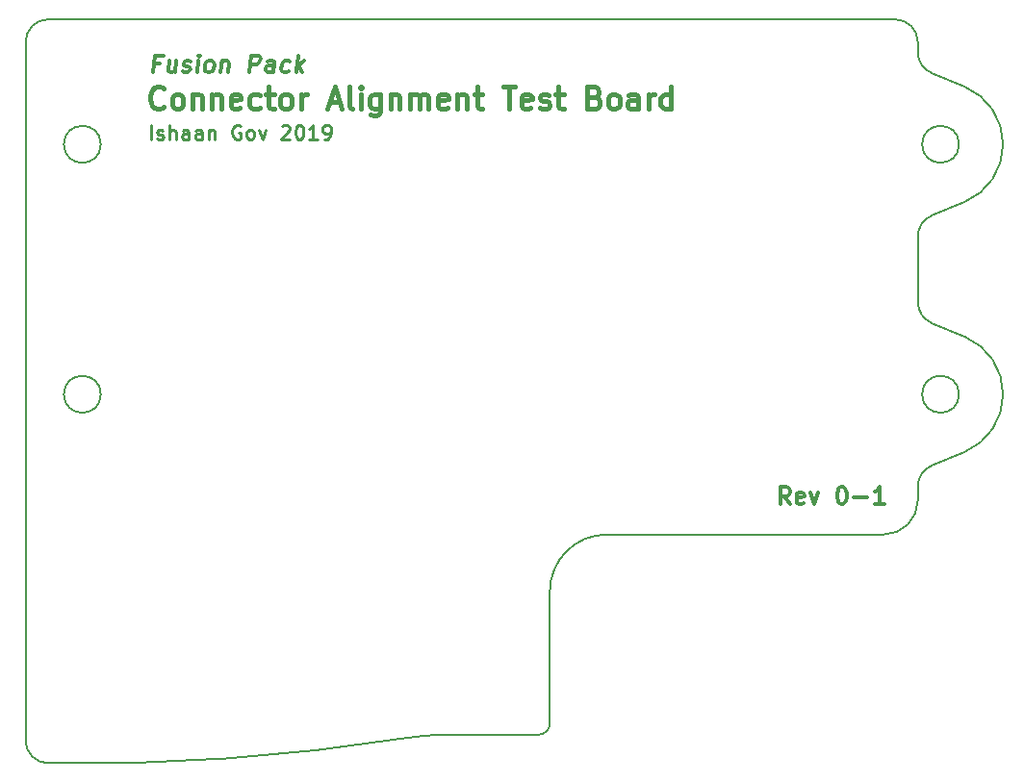
<source format=gbr>
%TF.GenerationSoftware,KiCad,Pcbnew,(5.0.0)*%
%TF.CreationDate,2019-04-02T12:02:52-04:00*%
%TF.ProjectId,Fusion Dummy Mainboard Test Fit,467573696F6E2044756D6D79204D6169,rev?*%
%TF.SameCoordinates,Original*%
%TF.FileFunction,Legend,Top*%
%TF.FilePolarity,Positive*%
%FSLAX46Y46*%
G04 Gerber Fmt 4.6, Leading zero omitted, Abs format (unit mm)*
G04 Created by KiCad (PCBNEW (5.0.0)) date 04/02/19 12:02:53*
%MOMM*%
%LPD*%
G01*
G04 APERTURE LIST*
%ADD10C,0.200000*%
%ADD11C,0.300000*%
%ADD12C,0.381000*%
%ADD13C,0.254000*%
G04 APERTURE END LIST*
D10*
X158000000Y-81882059D02*
X158000000Y-81000000D01*
X86125000Y-112000000D02*
G75*
G03X86125000Y-112000000I-1625000J0D01*
G01*
X161625000Y-112000000D02*
G75*
G03X161625000Y-112000000I-1625000J0D01*
G01*
X161625000Y-90000000D02*
G75*
G03X161625000Y-90000000I-1625000J0D01*
G01*
X86125000Y-90000000D02*
G75*
G03X86125000Y-90000000I-1625000J0D01*
G01*
X159234633Y-105729818D02*
G75*
G02X158000000Y-103882059I765367J1847759D01*
G01*
X125630000Y-140960000D02*
X125630000Y-129350000D01*
X162104759Y-84918663D02*
X159234633Y-83729818D01*
X159234633Y-83729818D02*
G75*
G02X158000000Y-81882059I765367J1847759D01*
G01*
X159234633Y-96270183D02*
X162104759Y-95081338D01*
X158000000Y-98117942D02*
G75*
G02X159234633Y-96270183I2000000J0D01*
G01*
X158000000Y-121350000D02*
G75*
G02X155000000Y-124350000I-3000000J0D01*
G01*
X79500000Y-81000000D02*
G75*
G02X81500000Y-79000000I2000000J0D01*
G01*
X162104759Y-84918662D02*
G75*
G02X162104759Y-95081338I-2104759J-5081338D01*
G01*
X158000000Y-121350000D02*
X158000000Y-120117942D01*
X112897249Y-142264738D02*
G75*
G02X116768705Y-141960000I3871456J-24439533D01*
G01*
X79500000Y-81000000D02*
X79500000Y-142474929D01*
X112897249Y-142264739D02*
G75*
G02X81466574Y-144474650I-28397249J179264739D01*
G01*
X81466574Y-144474650D02*
G75*
G02X79500000Y-142474929I33426J1999721D01*
G01*
X162104759Y-106918663D02*
X159234633Y-105729818D01*
X162104759Y-106918662D02*
G75*
G02X162104759Y-117081338I-2104759J-5081338D01*
G01*
X159234633Y-118270183D02*
X162104759Y-117081338D01*
X125630000Y-140960000D02*
G75*
G02X124630000Y-141960000I-1000000J0D01*
G01*
X130630000Y-124350000D02*
X155000000Y-124350000D01*
X125630000Y-129350000D02*
G75*
G02X130630000Y-124350000I5000000J0D01*
G01*
X116768705Y-141960000D02*
X124630000Y-141960000D01*
X158000000Y-103882059D02*
X158000000Y-98117942D01*
X158000000Y-120117942D02*
G75*
G02X159234633Y-118270183I2000000J0D01*
G01*
X156000000Y-79000000D02*
X81500000Y-79000000D01*
X156000000Y-79000000D02*
G75*
G02X158000000Y-81000000I0J-2000000D01*
G01*
D11*
X91331428Y-82882857D02*
X90831428Y-82882857D01*
X90733214Y-83668571D02*
X90920714Y-82168571D01*
X91635000Y-82168571D01*
X92786785Y-82668571D02*
X92661785Y-83668571D01*
X92143928Y-82668571D02*
X92045714Y-83454285D01*
X92099285Y-83597142D01*
X92233214Y-83668571D01*
X92447500Y-83668571D01*
X92599285Y-83597142D01*
X92679642Y-83525714D01*
X93313571Y-83597142D02*
X93447500Y-83668571D01*
X93733214Y-83668571D01*
X93885000Y-83597142D01*
X93974285Y-83454285D01*
X93983214Y-83382857D01*
X93929642Y-83240000D01*
X93795714Y-83168571D01*
X93581428Y-83168571D01*
X93447500Y-83097142D01*
X93393928Y-82954285D01*
X93402857Y-82882857D01*
X93492142Y-82740000D01*
X93643928Y-82668571D01*
X93858214Y-82668571D01*
X93992142Y-82740000D01*
X94590357Y-83668571D02*
X94715357Y-82668571D01*
X94777857Y-82168571D02*
X94697500Y-82240000D01*
X94760000Y-82311428D01*
X94840357Y-82240000D01*
X94777857Y-82168571D01*
X94760000Y-82311428D01*
X95518928Y-83668571D02*
X95385000Y-83597142D01*
X95322500Y-83525714D01*
X95268928Y-83382857D01*
X95322500Y-82954285D01*
X95411785Y-82811428D01*
X95492142Y-82740000D01*
X95643928Y-82668571D01*
X95858214Y-82668571D01*
X95992142Y-82740000D01*
X96054642Y-82811428D01*
X96108214Y-82954285D01*
X96054642Y-83382857D01*
X95965357Y-83525714D01*
X95885000Y-83597142D01*
X95733214Y-83668571D01*
X95518928Y-83668571D01*
X96786785Y-82668571D02*
X96661785Y-83668571D01*
X96768928Y-82811428D02*
X96849285Y-82740000D01*
X97001071Y-82668571D01*
X97215357Y-82668571D01*
X97349285Y-82740000D01*
X97402857Y-82882857D01*
X97304642Y-83668571D01*
X99161785Y-83668571D02*
X99349285Y-82168571D01*
X99920714Y-82168571D01*
X100054642Y-82240000D01*
X100117142Y-82311428D01*
X100170714Y-82454285D01*
X100143928Y-82668571D01*
X100054642Y-82811428D01*
X99974285Y-82882857D01*
X99822500Y-82954285D01*
X99251071Y-82954285D01*
X101304642Y-83668571D02*
X101402857Y-82882857D01*
X101349285Y-82740000D01*
X101215357Y-82668571D01*
X100929642Y-82668571D01*
X100777857Y-82740000D01*
X101313571Y-83597142D02*
X101161785Y-83668571D01*
X100804642Y-83668571D01*
X100670714Y-83597142D01*
X100617142Y-83454285D01*
X100635000Y-83311428D01*
X100724285Y-83168571D01*
X100876071Y-83097142D01*
X101233214Y-83097142D01*
X101385000Y-83025714D01*
X102670714Y-83597142D02*
X102518928Y-83668571D01*
X102233214Y-83668571D01*
X102099285Y-83597142D01*
X102036785Y-83525714D01*
X101983214Y-83382857D01*
X102036785Y-82954285D01*
X102126071Y-82811428D01*
X102206428Y-82740000D01*
X102358214Y-82668571D01*
X102643928Y-82668571D01*
X102777857Y-82740000D01*
X103304642Y-83668571D02*
X103492142Y-82168571D01*
X103518928Y-83097142D02*
X103876071Y-83668571D01*
X104001071Y-82668571D02*
X103358214Y-83240000D01*
D12*
X91653571Y-86670357D02*
X91562857Y-86761071D01*
X91290714Y-86851785D01*
X91109285Y-86851785D01*
X90837142Y-86761071D01*
X90655714Y-86579642D01*
X90565000Y-86398214D01*
X90474285Y-86035357D01*
X90474285Y-85763214D01*
X90565000Y-85400357D01*
X90655714Y-85218928D01*
X90837142Y-85037500D01*
X91109285Y-84946785D01*
X91290714Y-84946785D01*
X91562857Y-85037500D01*
X91653571Y-85128214D01*
X92742142Y-86851785D02*
X92560714Y-86761071D01*
X92470000Y-86670357D01*
X92379285Y-86488928D01*
X92379285Y-85944642D01*
X92470000Y-85763214D01*
X92560714Y-85672500D01*
X92742142Y-85581785D01*
X93014285Y-85581785D01*
X93195714Y-85672500D01*
X93286428Y-85763214D01*
X93377142Y-85944642D01*
X93377142Y-86488928D01*
X93286428Y-86670357D01*
X93195714Y-86761071D01*
X93014285Y-86851785D01*
X92742142Y-86851785D01*
X94193571Y-85581785D02*
X94193571Y-86851785D01*
X94193571Y-85763214D02*
X94284285Y-85672500D01*
X94465714Y-85581785D01*
X94737857Y-85581785D01*
X94919285Y-85672500D01*
X95010000Y-85853928D01*
X95010000Y-86851785D01*
X95917142Y-85581785D02*
X95917142Y-86851785D01*
X95917142Y-85763214D02*
X96007857Y-85672500D01*
X96189285Y-85581785D01*
X96461428Y-85581785D01*
X96642857Y-85672500D01*
X96733571Y-85853928D01*
X96733571Y-86851785D01*
X98366428Y-86761071D02*
X98185000Y-86851785D01*
X97822142Y-86851785D01*
X97640714Y-86761071D01*
X97550000Y-86579642D01*
X97550000Y-85853928D01*
X97640714Y-85672500D01*
X97822142Y-85581785D01*
X98185000Y-85581785D01*
X98366428Y-85672500D01*
X98457142Y-85853928D01*
X98457142Y-86035357D01*
X97550000Y-86216785D01*
X100090000Y-86761071D02*
X99908571Y-86851785D01*
X99545714Y-86851785D01*
X99364285Y-86761071D01*
X99273571Y-86670357D01*
X99182857Y-86488928D01*
X99182857Y-85944642D01*
X99273571Y-85763214D01*
X99364285Y-85672500D01*
X99545714Y-85581785D01*
X99908571Y-85581785D01*
X100090000Y-85672500D01*
X100634285Y-85581785D02*
X101360000Y-85581785D01*
X100906428Y-84946785D02*
X100906428Y-86579642D01*
X100997142Y-86761071D01*
X101178571Y-86851785D01*
X101360000Y-86851785D01*
X102267142Y-86851785D02*
X102085714Y-86761071D01*
X101995000Y-86670357D01*
X101904285Y-86488928D01*
X101904285Y-85944642D01*
X101995000Y-85763214D01*
X102085714Y-85672500D01*
X102267142Y-85581785D01*
X102539285Y-85581785D01*
X102720714Y-85672500D01*
X102811428Y-85763214D01*
X102902142Y-85944642D01*
X102902142Y-86488928D01*
X102811428Y-86670357D01*
X102720714Y-86761071D01*
X102539285Y-86851785D01*
X102267142Y-86851785D01*
X103718571Y-86851785D02*
X103718571Y-85581785D01*
X103718571Y-85944642D02*
X103809285Y-85763214D01*
X103900000Y-85672500D01*
X104081428Y-85581785D01*
X104262857Y-85581785D01*
X106258571Y-86307500D02*
X107165714Y-86307500D01*
X106077142Y-86851785D02*
X106712142Y-84946785D01*
X107347142Y-86851785D01*
X108254285Y-86851785D02*
X108072857Y-86761071D01*
X107982142Y-86579642D01*
X107982142Y-84946785D01*
X108980000Y-86851785D02*
X108980000Y-85581785D01*
X108980000Y-84946785D02*
X108889285Y-85037500D01*
X108980000Y-85128214D01*
X109070714Y-85037500D01*
X108980000Y-84946785D01*
X108980000Y-85128214D01*
X110703571Y-85581785D02*
X110703571Y-87123928D01*
X110612857Y-87305357D01*
X110522142Y-87396071D01*
X110340714Y-87486785D01*
X110068571Y-87486785D01*
X109887142Y-87396071D01*
X110703571Y-86761071D02*
X110522142Y-86851785D01*
X110159285Y-86851785D01*
X109977857Y-86761071D01*
X109887142Y-86670357D01*
X109796428Y-86488928D01*
X109796428Y-85944642D01*
X109887142Y-85763214D01*
X109977857Y-85672500D01*
X110159285Y-85581785D01*
X110522142Y-85581785D01*
X110703571Y-85672500D01*
X111610714Y-85581785D02*
X111610714Y-86851785D01*
X111610714Y-85763214D02*
X111701428Y-85672500D01*
X111882857Y-85581785D01*
X112155000Y-85581785D01*
X112336428Y-85672500D01*
X112427142Y-85853928D01*
X112427142Y-86851785D01*
X113334285Y-86851785D02*
X113334285Y-85581785D01*
X113334285Y-85763214D02*
X113425000Y-85672500D01*
X113606428Y-85581785D01*
X113878571Y-85581785D01*
X114060000Y-85672500D01*
X114150714Y-85853928D01*
X114150714Y-86851785D01*
X114150714Y-85853928D02*
X114241428Y-85672500D01*
X114422857Y-85581785D01*
X114695000Y-85581785D01*
X114876428Y-85672500D01*
X114967142Y-85853928D01*
X114967142Y-86851785D01*
X116600000Y-86761071D02*
X116418571Y-86851785D01*
X116055714Y-86851785D01*
X115874285Y-86761071D01*
X115783571Y-86579642D01*
X115783571Y-85853928D01*
X115874285Y-85672500D01*
X116055714Y-85581785D01*
X116418571Y-85581785D01*
X116600000Y-85672500D01*
X116690714Y-85853928D01*
X116690714Y-86035357D01*
X115783571Y-86216785D01*
X117507142Y-85581785D02*
X117507142Y-86851785D01*
X117507142Y-85763214D02*
X117597857Y-85672500D01*
X117779285Y-85581785D01*
X118051428Y-85581785D01*
X118232857Y-85672500D01*
X118323571Y-85853928D01*
X118323571Y-86851785D01*
X118958571Y-85581785D02*
X119684285Y-85581785D01*
X119230714Y-84946785D02*
X119230714Y-86579642D01*
X119321428Y-86761071D01*
X119502857Y-86851785D01*
X119684285Y-86851785D01*
X121498571Y-84946785D02*
X122587142Y-84946785D01*
X122042857Y-86851785D02*
X122042857Y-84946785D01*
X123947857Y-86761071D02*
X123766428Y-86851785D01*
X123403571Y-86851785D01*
X123222142Y-86761071D01*
X123131428Y-86579642D01*
X123131428Y-85853928D01*
X123222142Y-85672500D01*
X123403571Y-85581785D01*
X123766428Y-85581785D01*
X123947857Y-85672500D01*
X124038571Y-85853928D01*
X124038571Y-86035357D01*
X123131428Y-86216785D01*
X124764285Y-86761071D02*
X124945714Y-86851785D01*
X125308571Y-86851785D01*
X125490000Y-86761071D01*
X125580714Y-86579642D01*
X125580714Y-86488928D01*
X125490000Y-86307500D01*
X125308571Y-86216785D01*
X125036428Y-86216785D01*
X124855000Y-86126071D01*
X124764285Y-85944642D01*
X124764285Y-85853928D01*
X124855000Y-85672500D01*
X125036428Y-85581785D01*
X125308571Y-85581785D01*
X125490000Y-85672500D01*
X126125000Y-85581785D02*
X126850714Y-85581785D01*
X126397142Y-84946785D02*
X126397142Y-86579642D01*
X126487857Y-86761071D01*
X126669285Y-86851785D01*
X126850714Y-86851785D01*
X129572142Y-85853928D02*
X129844285Y-85944642D01*
X129935000Y-86035357D01*
X130025714Y-86216785D01*
X130025714Y-86488928D01*
X129935000Y-86670357D01*
X129844285Y-86761071D01*
X129662857Y-86851785D01*
X128937142Y-86851785D01*
X128937142Y-84946785D01*
X129572142Y-84946785D01*
X129753571Y-85037500D01*
X129844285Y-85128214D01*
X129935000Y-85309642D01*
X129935000Y-85491071D01*
X129844285Y-85672500D01*
X129753571Y-85763214D01*
X129572142Y-85853928D01*
X128937142Y-85853928D01*
X131114285Y-86851785D02*
X130932857Y-86761071D01*
X130842142Y-86670357D01*
X130751428Y-86488928D01*
X130751428Y-85944642D01*
X130842142Y-85763214D01*
X130932857Y-85672500D01*
X131114285Y-85581785D01*
X131386428Y-85581785D01*
X131567857Y-85672500D01*
X131658571Y-85763214D01*
X131749285Y-85944642D01*
X131749285Y-86488928D01*
X131658571Y-86670357D01*
X131567857Y-86761071D01*
X131386428Y-86851785D01*
X131114285Y-86851785D01*
X133382142Y-86851785D02*
X133382142Y-85853928D01*
X133291428Y-85672500D01*
X133110000Y-85581785D01*
X132747142Y-85581785D01*
X132565714Y-85672500D01*
X133382142Y-86761071D02*
X133200714Y-86851785D01*
X132747142Y-86851785D01*
X132565714Y-86761071D01*
X132475000Y-86579642D01*
X132475000Y-86398214D01*
X132565714Y-86216785D01*
X132747142Y-86126071D01*
X133200714Y-86126071D01*
X133382142Y-86035357D01*
X134289285Y-86851785D02*
X134289285Y-85581785D01*
X134289285Y-85944642D02*
X134380000Y-85763214D01*
X134470714Y-85672500D01*
X134652142Y-85581785D01*
X134833571Y-85581785D01*
X136285000Y-86851785D02*
X136285000Y-84946785D01*
X136285000Y-86761071D02*
X136103571Y-86851785D01*
X135740714Y-86851785D01*
X135559285Y-86761071D01*
X135468571Y-86670357D01*
X135377857Y-86488928D01*
X135377857Y-85944642D01*
X135468571Y-85763214D01*
X135559285Y-85672500D01*
X135740714Y-85581785D01*
X136103571Y-85581785D01*
X136285000Y-85672500D01*
D13*
X90532857Y-89564523D02*
X90532857Y-88294523D01*
X91077142Y-89504047D02*
X91198095Y-89564523D01*
X91440000Y-89564523D01*
X91560952Y-89504047D01*
X91621428Y-89383095D01*
X91621428Y-89322619D01*
X91560952Y-89201666D01*
X91440000Y-89141190D01*
X91258571Y-89141190D01*
X91137619Y-89080714D01*
X91077142Y-88959761D01*
X91077142Y-88899285D01*
X91137619Y-88778333D01*
X91258571Y-88717857D01*
X91440000Y-88717857D01*
X91560952Y-88778333D01*
X92165714Y-89564523D02*
X92165714Y-88294523D01*
X92710000Y-89564523D02*
X92710000Y-88899285D01*
X92649523Y-88778333D01*
X92528571Y-88717857D01*
X92347142Y-88717857D01*
X92226190Y-88778333D01*
X92165714Y-88838809D01*
X93859047Y-89564523D02*
X93859047Y-88899285D01*
X93798571Y-88778333D01*
X93677619Y-88717857D01*
X93435714Y-88717857D01*
X93314761Y-88778333D01*
X93859047Y-89504047D02*
X93738095Y-89564523D01*
X93435714Y-89564523D01*
X93314761Y-89504047D01*
X93254285Y-89383095D01*
X93254285Y-89262142D01*
X93314761Y-89141190D01*
X93435714Y-89080714D01*
X93738095Y-89080714D01*
X93859047Y-89020238D01*
X95008095Y-89564523D02*
X95008095Y-88899285D01*
X94947619Y-88778333D01*
X94826666Y-88717857D01*
X94584761Y-88717857D01*
X94463809Y-88778333D01*
X95008095Y-89504047D02*
X94887142Y-89564523D01*
X94584761Y-89564523D01*
X94463809Y-89504047D01*
X94403333Y-89383095D01*
X94403333Y-89262142D01*
X94463809Y-89141190D01*
X94584761Y-89080714D01*
X94887142Y-89080714D01*
X95008095Y-89020238D01*
X95612857Y-88717857D02*
X95612857Y-89564523D01*
X95612857Y-88838809D02*
X95673333Y-88778333D01*
X95794285Y-88717857D01*
X95975714Y-88717857D01*
X96096666Y-88778333D01*
X96157142Y-88899285D01*
X96157142Y-89564523D01*
X98394761Y-88355000D02*
X98273809Y-88294523D01*
X98092380Y-88294523D01*
X97910952Y-88355000D01*
X97790000Y-88475952D01*
X97729523Y-88596904D01*
X97669047Y-88838809D01*
X97669047Y-89020238D01*
X97729523Y-89262142D01*
X97790000Y-89383095D01*
X97910952Y-89504047D01*
X98092380Y-89564523D01*
X98213333Y-89564523D01*
X98394761Y-89504047D01*
X98455238Y-89443571D01*
X98455238Y-89020238D01*
X98213333Y-89020238D01*
X99180952Y-89564523D02*
X99060000Y-89504047D01*
X98999523Y-89443571D01*
X98939047Y-89322619D01*
X98939047Y-88959761D01*
X98999523Y-88838809D01*
X99060000Y-88778333D01*
X99180952Y-88717857D01*
X99362380Y-88717857D01*
X99483333Y-88778333D01*
X99543809Y-88838809D01*
X99604285Y-88959761D01*
X99604285Y-89322619D01*
X99543809Y-89443571D01*
X99483333Y-89504047D01*
X99362380Y-89564523D01*
X99180952Y-89564523D01*
X100027619Y-88717857D02*
X100330000Y-89564523D01*
X100632380Y-88717857D01*
X102023333Y-88415476D02*
X102083809Y-88355000D01*
X102204761Y-88294523D01*
X102507142Y-88294523D01*
X102628095Y-88355000D01*
X102688571Y-88415476D01*
X102749047Y-88536428D01*
X102749047Y-88657380D01*
X102688571Y-88838809D01*
X101962857Y-89564523D01*
X102749047Y-89564523D01*
X103535238Y-88294523D02*
X103656190Y-88294523D01*
X103777142Y-88355000D01*
X103837619Y-88415476D01*
X103898095Y-88536428D01*
X103958571Y-88778333D01*
X103958571Y-89080714D01*
X103898095Y-89322619D01*
X103837619Y-89443571D01*
X103777142Y-89504047D01*
X103656190Y-89564523D01*
X103535238Y-89564523D01*
X103414285Y-89504047D01*
X103353809Y-89443571D01*
X103293333Y-89322619D01*
X103232857Y-89080714D01*
X103232857Y-88778333D01*
X103293333Y-88536428D01*
X103353809Y-88415476D01*
X103414285Y-88355000D01*
X103535238Y-88294523D01*
X105168095Y-89564523D02*
X104442380Y-89564523D01*
X104805238Y-89564523D02*
X104805238Y-88294523D01*
X104684285Y-88475952D01*
X104563333Y-88596904D01*
X104442380Y-88657380D01*
X105772857Y-89564523D02*
X106014761Y-89564523D01*
X106135714Y-89504047D01*
X106196190Y-89443571D01*
X106317142Y-89262142D01*
X106377619Y-89020238D01*
X106377619Y-88536428D01*
X106317142Y-88415476D01*
X106256666Y-88355000D01*
X106135714Y-88294523D01*
X105893809Y-88294523D01*
X105772857Y-88355000D01*
X105712380Y-88415476D01*
X105651904Y-88536428D01*
X105651904Y-88838809D01*
X105712380Y-88959761D01*
X105772857Y-89020238D01*
X105893809Y-89080714D01*
X106135714Y-89080714D01*
X106256666Y-89020238D01*
X106317142Y-88959761D01*
X106377619Y-88838809D01*
D11*
X146746428Y-121668571D02*
X146246428Y-120954285D01*
X145889285Y-121668571D02*
X145889285Y-120168571D01*
X146460714Y-120168571D01*
X146603571Y-120240000D01*
X146675000Y-120311428D01*
X146746428Y-120454285D01*
X146746428Y-120668571D01*
X146675000Y-120811428D01*
X146603571Y-120882857D01*
X146460714Y-120954285D01*
X145889285Y-120954285D01*
X147960714Y-121597142D02*
X147817857Y-121668571D01*
X147532142Y-121668571D01*
X147389285Y-121597142D01*
X147317857Y-121454285D01*
X147317857Y-120882857D01*
X147389285Y-120740000D01*
X147532142Y-120668571D01*
X147817857Y-120668571D01*
X147960714Y-120740000D01*
X148032142Y-120882857D01*
X148032142Y-121025714D01*
X147317857Y-121168571D01*
X148532142Y-120668571D02*
X148889285Y-121668571D01*
X149246428Y-120668571D01*
X151246428Y-120168571D02*
X151389285Y-120168571D01*
X151532142Y-120240000D01*
X151603571Y-120311428D01*
X151675000Y-120454285D01*
X151746428Y-120740000D01*
X151746428Y-121097142D01*
X151675000Y-121382857D01*
X151603571Y-121525714D01*
X151532142Y-121597142D01*
X151389285Y-121668571D01*
X151246428Y-121668571D01*
X151103571Y-121597142D01*
X151032142Y-121525714D01*
X150960714Y-121382857D01*
X150889285Y-121097142D01*
X150889285Y-120740000D01*
X150960714Y-120454285D01*
X151032142Y-120311428D01*
X151103571Y-120240000D01*
X151246428Y-120168571D01*
X152389285Y-121097142D02*
X153532142Y-121097142D01*
X155032142Y-121668571D02*
X154175000Y-121668571D01*
X154603571Y-121668571D02*
X154603571Y-120168571D01*
X154460714Y-120382857D01*
X154317857Y-120525714D01*
X154175000Y-120597142D01*
M02*

</source>
